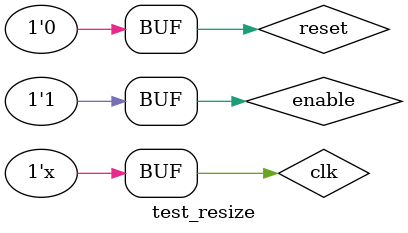
<source format=v>
`timescale 1 ns / 1 ns
module test_resize;

localparam DATA_WIDTH_8 = 8;
localparam DATA_WIDTH_12 = 12;
localparam DATA_WIDTH_16 = 16;
localparam FRAME_ORIGINAL_CAMERA_WIDTH = 800;
localparam FRAME_ORIGINAL_CAMERA_HEIGHT = 600;
localparam FRAME_RESIZE_CAMERA_WIDTH = FRAME_ORIGINAL_CAMERA_WIDTH/2;
localparam FRAME_RESIZE_CAMERA_HEIGHT = FRAME_ORIGINAL_CAMERA_HEIGHT/2;

reg clk;
reg reset;
reg enable;

/*--------------------------- INITIAL STATEMENT ---------------------------*/
initial
begin
  clk = 0;
  #1 reset =1;
  #1 reset = 0;
end
/*-----------------------------------------------------------------------*/


initial
begin
	#1 enable = 1;
	#20 enable = 1;
end

/*--------------------------- SEQUENTIAL LOGIC ---------------------------*/
// Clock:
always # 1 clk <= ~clk;

reg [DATA_WIDTH_12 -1:0]ori_x;
reg [DATA_WIDTH_12 -1:0]ori_y;
always@(posedge reset)
begin
	ori_x <= 0;
	ori_y <= 0;	
end

/*------------------------ COORDINATE ITERATION -------------------------*/
always @(posedge clk)
begin
  if(ori_x == FRAME_ORIGINAL_CAMERA_WIDTH -1)
  begin 
      ori_x <= 0;
      if(ori_y == FRAME_ORIGINAL_CAMERA_HEIGHT -1) ori_y <= 0;   
      else                          ori_y <= ori_y + 1;
  end
  else
    ori_x <= ori_x + 1;
end
/*-----------------------------------------------------------------------*/

wire o_reach;
wire [DATA_WIDTH_16-1:0] o_resize_x;
wire [DATA_WIDTH_16-1:0] o_resize_y;



resize
#(
.DATA_WIDTH_8(DATA_WIDTH_8),  
.DATA_WIDTH_12(DATA_WIDTH_12),
.DATA_WIDTH_16(DATA_WIDTH_16),
.FRAME_ORIGINAL_CAMERA_WIDTH(FRAME_ORIGINAL_CAMERA_WIDTH), 
.FRAME_ORIGINAL_CAMERA_HEIGHT(FRAME_ORIGINAL_CAMERA_HEIGHT),
.FRAME_RESIZE_CAMERA_WIDTH(FRAME_RESIZE_CAMERA_WIDTH),
.FRAME_RESIZE_CAMERA_HEIGHT(FRAME_RESIZE_CAMERA_HEIGHT)
)
resize
(
.clk_os(clk),    
.ori_x(ori_x),  
.ori_y(ori_y),  
.o_resize_x(o_resize_x),  
.o_resize_y(o_resize_y),  
.o_reach(o_reach)  
);

endmodule
</source>
